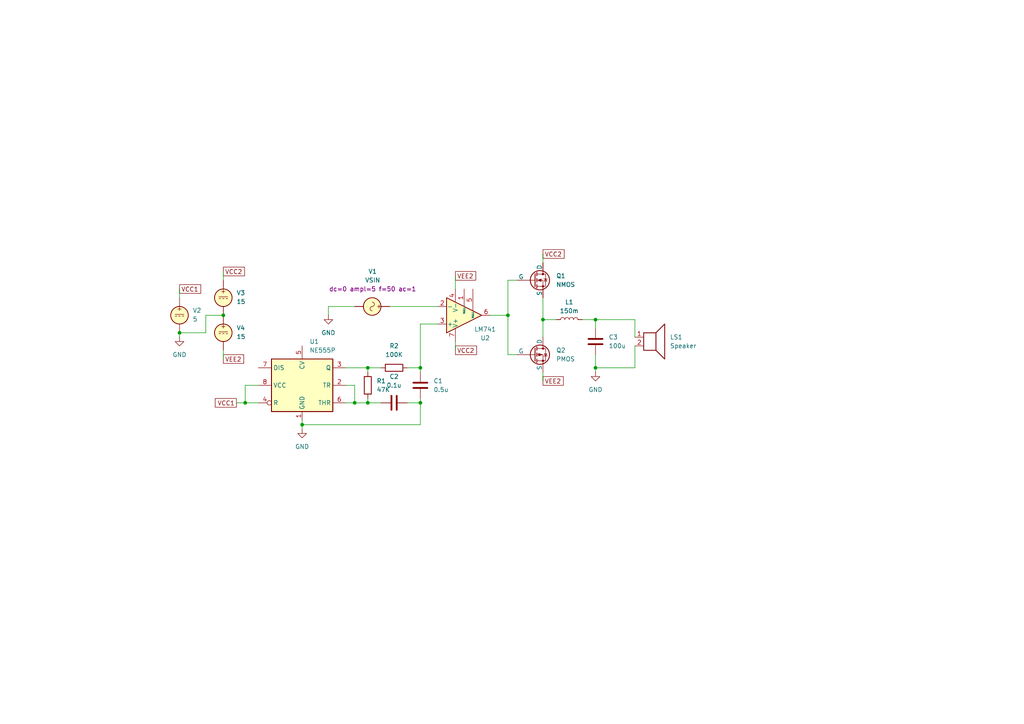
<source format=kicad_sch>
(kicad_sch
	(version 20250114)
	(generator "eeschema")
	(generator_version "9.0")
	(uuid "b4851e3c-4fe1-44ea-9283-73c2843ada14")
	(paper "A4")
	(lib_symbols
		(symbol "Amplifier_Operational:LM741"
			(pin_names
				(offset 0.127)
			)
			(exclude_from_sim no)
			(in_bom yes)
			(on_board yes)
			(property "Reference" "U"
				(at 0 6.35 0)
				(effects
					(font
						(size 1.27 1.27)
					)
					(justify left)
				)
			)
			(property "Value" "LM741"
				(at 0 3.81 0)
				(effects
					(font
						(size 1.27 1.27)
					)
					(justify left)
				)
			)
			(property "Footprint" ""
				(at 1.27 1.27 0)
				(effects
					(font
						(size 1.27 1.27)
					)
					(hide yes)
				)
			)
			(property "Datasheet" "http://www.ti.com/lit/ds/symlink/lm741.pdf"
				(at 3.81 3.81 0)
				(effects
					(font
						(size 1.27 1.27)
					)
					(hide yes)
				)
			)
			(property "Description" "Operational Amplifier, DIP-8/TO-99-8"
				(at 0 0 0)
				(effects
					(font
						(size 1.27 1.27)
					)
					(hide yes)
				)
			)
			(property "ki_keywords" "single opamp"
				(at 0 0 0)
				(effects
					(font
						(size 1.27 1.27)
					)
					(hide yes)
				)
			)
			(property "ki_fp_filters" "SOIC*3.9x4.9mm*P1.27mm* DIP*W7.62mm* TSSOP*3x3mm*P0.65mm*"
				(at 0 0 0)
				(effects
					(font
						(size 1.27 1.27)
					)
					(hide yes)
				)
			)
			(symbol "LM741_0_1"
				(polyline
					(pts
						(xy -5.08 5.08) (xy 5.08 0) (xy -5.08 -5.08) (xy -5.08 5.08)
					)
					(stroke
						(width 0.254)
						(type default)
					)
					(fill
						(type background)
					)
				)
			)
			(symbol "LM741_1_1"
				(pin input line
					(at -7.62 2.54 0)
					(length 2.54)
					(name "+"
						(effects
							(font
								(size 1.27 1.27)
							)
						)
					)
					(number "3"
						(effects
							(font
								(size 1.27 1.27)
							)
						)
					)
				)
				(pin input line
					(at -7.62 -2.54 0)
					(length 2.54)
					(name "-"
						(effects
							(font
								(size 1.27 1.27)
							)
						)
					)
					(number "2"
						(effects
							(font
								(size 1.27 1.27)
							)
						)
					)
				)
				(pin power_in line
					(at -2.54 7.62 270)
					(length 3.81)
					(name "V+"
						(effects
							(font
								(size 1.27 1.27)
							)
						)
					)
					(number "7"
						(effects
							(font
								(size 1.27 1.27)
							)
						)
					)
				)
				(pin power_in line
					(at -2.54 -7.62 90)
					(length 3.81)
					(name "V-"
						(effects
							(font
								(size 1.27 1.27)
							)
						)
					)
					(number "4"
						(effects
							(font
								(size 1.27 1.27)
							)
						)
					)
				)
				(pin no_connect line
					(at 0 2.54 270)
					(length 2.54)
					(hide yes)
					(name "NC"
						(effects
							(font
								(size 1.27 1.27)
							)
						)
					)
					(number "8"
						(effects
							(font
								(size 1.27 1.27)
							)
						)
					)
				)
				(pin input line
					(at 0 -7.62 90)
					(length 5.08)
					(name "NULL"
						(effects
							(font
								(size 0.508 0.508)
							)
						)
					)
					(number "1"
						(effects
							(font
								(size 1.27 1.27)
							)
						)
					)
				)
				(pin input line
					(at 2.54 -7.62 90)
					(length 6.35)
					(name "NULL"
						(effects
							(font
								(size 0.508 0.508)
							)
						)
					)
					(number "5"
						(effects
							(font
								(size 1.27 1.27)
							)
						)
					)
				)
				(pin output line
					(at 7.62 0 180)
					(length 2.54)
					(name "~"
						(effects
							(font
								(size 1.27 1.27)
							)
						)
					)
					(number "6"
						(effects
							(font
								(size 1.27 1.27)
							)
						)
					)
				)
			)
			(embedded_fonts no)
		)
		(symbol "Device:C"
			(pin_numbers
				(hide yes)
			)
			(pin_names
				(offset 0.254)
			)
			(exclude_from_sim no)
			(in_bom yes)
			(on_board yes)
			(property "Reference" "C"
				(at 0.635 2.54 0)
				(effects
					(font
						(size 1.27 1.27)
					)
					(justify left)
				)
			)
			(property "Value" "C"
				(at 0.635 -2.54 0)
				(effects
					(font
						(size 1.27 1.27)
					)
					(justify left)
				)
			)
			(property "Footprint" ""
				(at 0.9652 -3.81 0)
				(effects
					(font
						(size 1.27 1.27)
					)
					(hide yes)
				)
			)
			(property "Datasheet" "~"
				(at 0 0 0)
				(effects
					(font
						(size 1.27 1.27)
					)
					(hide yes)
				)
			)
			(property "Description" "Unpolarized capacitor"
				(at 0 0 0)
				(effects
					(font
						(size 1.27 1.27)
					)
					(hide yes)
				)
			)
			(property "ki_keywords" "cap capacitor"
				(at 0 0 0)
				(effects
					(font
						(size 1.27 1.27)
					)
					(hide yes)
				)
			)
			(property "ki_fp_filters" "C_*"
				(at 0 0 0)
				(effects
					(font
						(size 1.27 1.27)
					)
					(hide yes)
				)
			)
			(symbol "C_0_1"
				(polyline
					(pts
						(xy -2.032 0.762) (xy 2.032 0.762)
					)
					(stroke
						(width 0.508)
						(type default)
					)
					(fill
						(type none)
					)
				)
				(polyline
					(pts
						(xy -2.032 -0.762) (xy 2.032 -0.762)
					)
					(stroke
						(width 0.508)
						(type default)
					)
					(fill
						(type none)
					)
				)
			)
			(symbol "C_1_1"
				(pin passive line
					(at 0 3.81 270)
					(length 2.794)
					(name "~"
						(effects
							(font
								(size 1.27 1.27)
							)
						)
					)
					(number "1"
						(effects
							(font
								(size 1.27 1.27)
							)
						)
					)
				)
				(pin passive line
					(at 0 -3.81 90)
					(length 2.794)
					(name "~"
						(effects
							(font
								(size 1.27 1.27)
							)
						)
					)
					(number "2"
						(effects
							(font
								(size 1.27 1.27)
							)
						)
					)
				)
			)
			(embedded_fonts no)
		)
		(symbol "Device:L"
			(pin_numbers
				(hide yes)
			)
			(pin_names
				(offset 1.016)
				(hide yes)
			)
			(exclude_from_sim no)
			(in_bom yes)
			(on_board yes)
			(property "Reference" "L"
				(at -1.27 0 90)
				(effects
					(font
						(size 1.27 1.27)
					)
				)
			)
			(property "Value" "L"
				(at 1.905 0 90)
				(effects
					(font
						(size 1.27 1.27)
					)
				)
			)
			(property "Footprint" ""
				(at 0 0 0)
				(effects
					(font
						(size 1.27 1.27)
					)
					(hide yes)
				)
			)
			(property "Datasheet" "~"
				(at 0 0 0)
				(effects
					(font
						(size 1.27 1.27)
					)
					(hide yes)
				)
			)
			(property "Description" "Inductor"
				(at 0 0 0)
				(effects
					(font
						(size 1.27 1.27)
					)
					(hide yes)
				)
			)
			(property "ki_keywords" "inductor choke coil reactor magnetic"
				(at 0 0 0)
				(effects
					(font
						(size 1.27 1.27)
					)
					(hide yes)
				)
			)
			(property "ki_fp_filters" "Choke_* *Coil* Inductor_* L_*"
				(at 0 0 0)
				(effects
					(font
						(size 1.27 1.27)
					)
					(hide yes)
				)
			)
			(symbol "L_0_1"
				(arc
					(start 0 2.54)
					(mid 0.6323 1.905)
					(end 0 1.27)
					(stroke
						(width 0)
						(type default)
					)
					(fill
						(type none)
					)
				)
				(arc
					(start 0 1.27)
					(mid 0.6323 0.635)
					(end 0 0)
					(stroke
						(width 0)
						(type default)
					)
					(fill
						(type none)
					)
				)
				(arc
					(start 0 0)
					(mid 0.6323 -0.635)
					(end 0 -1.27)
					(stroke
						(width 0)
						(type default)
					)
					(fill
						(type none)
					)
				)
				(arc
					(start 0 -1.27)
					(mid 0.6323 -1.905)
					(end 0 -2.54)
					(stroke
						(width 0)
						(type default)
					)
					(fill
						(type none)
					)
				)
			)
			(symbol "L_1_1"
				(pin passive line
					(at 0 3.81 270)
					(length 1.27)
					(name "1"
						(effects
							(font
								(size 1.27 1.27)
							)
						)
					)
					(number "1"
						(effects
							(font
								(size 1.27 1.27)
							)
						)
					)
				)
				(pin passive line
					(at 0 -3.81 90)
					(length 1.27)
					(name "2"
						(effects
							(font
								(size 1.27 1.27)
							)
						)
					)
					(number "2"
						(effects
							(font
								(size 1.27 1.27)
							)
						)
					)
				)
			)
			(embedded_fonts no)
		)
		(symbol "Device:R"
			(pin_numbers
				(hide yes)
			)
			(pin_names
				(offset 0)
			)
			(exclude_from_sim no)
			(in_bom yes)
			(on_board yes)
			(property "Reference" "R"
				(at 2.032 0 90)
				(effects
					(font
						(size 1.27 1.27)
					)
				)
			)
			(property "Value" "R"
				(at 0 0 90)
				(effects
					(font
						(size 1.27 1.27)
					)
				)
			)
			(property "Footprint" ""
				(at -1.778 0 90)
				(effects
					(font
						(size 1.27 1.27)
					)
					(hide yes)
				)
			)
			(property "Datasheet" "~"
				(at 0 0 0)
				(effects
					(font
						(size 1.27 1.27)
					)
					(hide yes)
				)
			)
			(property "Description" "Resistor"
				(at 0 0 0)
				(effects
					(font
						(size 1.27 1.27)
					)
					(hide yes)
				)
			)
			(property "ki_keywords" "R res resistor"
				(at 0 0 0)
				(effects
					(font
						(size 1.27 1.27)
					)
					(hide yes)
				)
			)
			(property "ki_fp_filters" "R_*"
				(at 0 0 0)
				(effects
					(font
						(size 1.27 1.27)
					)
					(hide yes)
				)
			)
			(symbol "R_0_1"
				(rectangle
					(start -1.016 -2.54)
					(end 1.016 2.54)
					(stroke
						(width 0.254)
						(type default)
					)
					(fill
						(type none)
					)
				)
			)
			(symbol "R_1_1"
				(pin passive line
					(at 0 3.81 270)
					(length 1.27)
					(name "~"
						(effects
							(font
								(size 1.27 1.27)
							)
						)
					)
					(number "1"
						(effects
							(font
								(size 1.27 1.27)
							)
						)
					)
				)
				(pin passive line
					(at 0 -3.81 90)
					(length 1.27)
					(name "~"
						(effects
							(font
								(size 1.27 1.27)
							)
						)
					)
					(number "2"
						(effects
							(font
								(size 1.27 1.27)
							)
						)
					)
				)
			)
			(embedded_fonts no)
		)
		(symbol "Device:Speaker"
			(pin_names
				(offset 0)
				(hide yes)
			)
			(exclude_from_sim no)
			(in_bom yes)
			(on_board yes)
			(property "Reference" "LS"
				(at 1.27 5.715 0)
				(effects
					(font
						(size 1.27 1.27)
					)
					(justify right)
				)
			)
			(property "Value" "Speaker"
				(at 1.27 3.81 0)
				(effects
					(font
						(size 1.27 1.27)
					)
					(justify right)
				)
			)
			(property "Footprint" ""
				(at 0 -5.08 0)
				(effects
					(font
						(size 1.27 1.27)
					)
					(hide yes)
				)
			)
			(property "Datasheet" "~"
				(at -0.254 -1.27 0)
				(effects
					(font
						(size 1.27 1.27)
					)
					(hide yes)
				)
			)
			(property "Description" "Speaker"
				(at 0 0 0)
				(effects
					(font
						(size 1.27 1.27)
					)
					(hide yes)
				)
			)
			(property "ki_keywords" "speaker sound"
				(at 0 0 0)
				(effects
					(font
						(size 1.27 1.27)
					)
					(hide yes)
				)
			)
			(symbol "Speaker_0_0"
				(rectangle
					(start -2.54 1.27)
					(end 1.016 -3.81)
					(stroke
						(width 0.254)
						(type default)
					)
					(fill
						(type none)
					)
				)
				(polyline
					(pts
						(xy 1.016 1.27) (xy 3.556 3.81) (xy 3.556 -6.35) (xy 1.016 -3.81)
					)
					(stroke
						(width 0.254)
						(type default)
					)
					(fill
						(type none)
					)
				)
			)
			(symbol "Speaker_1_1"
				(pin input line
					(at -5.08 0 0)
					(length 2.54)
					(name "1"
						(effects
							(font
								(size 1.27 1.27)
							)
						)
					)
					(number "1"
						(effects
							(font
								(size 1.27 1.27)
							)
						)
					)
				)
				(pin input line
					(at -5.08 -2.54 0)
					(length 2.54)
					(name "2"
						(effects
							(font
								(size 1.27 1.27)
							)
						)
					)
					(number "2"
						(effects
							(font
								(size 1.27 1.27)
							)
						)
					)
				)
			)
			(embedded_fonts no)
		)
		(symbol "Simulation_SPICE:NMOS"
			(pin_numbers
				(hide yes)
			)
			(pin_names
				(offset 0)
			)
			(exclude_from_sim no)
			(in_bom yes)
			(on_board yes)
			(property "Reference" "Q"
				(at 5.08 1.27 0)
				(effects
					(font
						(size 1.27 1.27)
					)
					(justify left)
				)
			)
			(property "Value" "NMOS"
				(at 5.08 -1.27 0)
				(effects
					(font
						(size 1.27 1.27)
					)
					(justify left)
				)
			)
			(property "Footprint" ""
				(at 5.08 2.54 0)
				(effects
					(font
						(size 1.27 1.27)
					)
					(hide yes)
				)
			)
			(property "Datasheet" "https://ngspice.sourceforge.io/docs/ngspice-html-manual/manual.xhtml#cha_MOSFETs"
				(at 0 -12.7 0)
				(effects
					(font
						(size 1.27 1.27)
					)
					(hide yes)
				)
			)
			(property "Description" "N-MOSFET transistor, drain/source/gate"
				(at 0 0 0)
				(effects
					(font
						(size 1.27 1.27)
					)
					(hide yes)
				)
			)
			(property "Sim.Device" "NMOS"
				(at 0 -17.145 0)
				(effects
					(font
						(size 1.27 1.27)
					)
					(hide yes)
				)
			)
			(property "Sim.Type" "VDMOS"
				(at 0 -19.05 0)
				(effects
					(font
						(size 1.27 1.27)
					)
					(hide yes)
				)
			)
			(property "Sim.Pins" "1=D 2=G 3=S"
				(at 0 -15.24 0)
				(effects
					(font
						(size 1.27 1.27)
					)
					(hide yes)
				)
			)
			(property "ki_keywords" "transistor NMOS N-MOS N-MOSFET simulation"
				(at 0 0 0)
				(effects
					(font
						(size 1.27 1.27)
					)
					(hide yes)
				)
			)
			(symbol "NMOS_0_1"
				(polyline
					(pts
						(xy 0.254 1.905) (xy 0.254 -1.905)
					)
					(stroke
						(width 0.254)
						(type default)
					)
					(fill
						(type none)
					)
				)
				(polyline
					(pts
						(xy 0.254 0) (xy -2.54 0)
					)
					(stroke
						(width 0)
						(type default)
					)
					(fill
						(type none)
					)
				)
				(polyline
					(pts
						(xy 0.762 2.286) (xy 0.762 1.27)
					)
					(stroke
						(width 0.254)
						(type default)
					)
					(fill
						(type none)
					)
				)
				(polyline
					(pts
						(xy 0.762 0.508) (xy 0.762 -0.508)
					)
					(stroke
						(width 0.254)
						(type default)
					)
					(fill
						(type none)
					)
				)
				(polyline
					(pts
						(xy 0.762 -1.27) (xy 0.762 -2.286)
					)
					(stroke
						(width 0.254)
						(type default)
					)
					(fill
						(type none)
					)
				)
				(polyline
					(pts
						(xy 0.762 -1.778) (xy 3.302 -1.778) (xy 3.302 1.778) (xy 0.762 1.778)
					)
					(stroke
						(width 0)
						(type default)
					)
					(fill
						(type none)
					)
				)
				(polyline
					(pts
						(xy 1.016 0) (xy 2.032 0.381) (xy 2.032 -0.381) (xy 1.016 0)
					)
					(stroke
						(width 0)
						(type default)
					)
					(fill
						(type outline)
					)
				)
				(circle
					(center 1.651 0)
					(radius 2.794)
					(stroke
						(width 0.254)
						(type default)
					)
					(fill
						(type none)
					)
				)
				(polyline
					(pts
						(xy 2.54 2.54) (xy 2.54 1.778)
					)
					(stroke
						(width 0)
						(type default)
					)
					(fill
						(type none)
					)
				)
				(circle
					(center 2.54 1.778)
					(radius 0.254)
					(stroke
						(width 0)
						(type default)
					)
					(fill
						(type outline)
					)
				)
				(circle
					(center 2.54 -1.778)
					(radius 0.254)
					(stroke
						(width 0)
						(type default)
					)
					(fill
						(type outline)
					)
				)
				(polyline
					(pts
						(xy 2.54 -2.54) (xy 2.54 0) (xy 0.762 0)
					)
					(stroke
						(width 0)
						(type default)
					)
					(fill
						(type none)
					)
				)
				(polyline
					(pts
						(xy 2.794 0.508) (xy 2.921 0.381) (xy 3.683 0.381) (xy 3.81 0.254)
					)
					(stroke
						(width 0)
						(type default)
					)
					(fill
						(type none)
					)
				)
				(polyline
					(pts
						(xy 3.302 0.381) (xy 2.921 -0.254) (xy 3.683 -0.254) (xy 3.302 0.381)
					)
					(stroke
						(width 0)
						(type default)
					)
					(fill
						(type none)
					)
				)
			)
			(symbol "NMOS_1_1"
				(pin input line
					(at -5.08 0 0)
					(length 2.54)
					(name "G"
						(effects
							(font
								(size 1.27 1.27)
							)
						)
					)
					(number "2"
						(effects
							(font
								(size 1.27 1.27)
							)
						)
					)
				)
				(pin passive line
					(at 2.54 5.08 270)
					(length 2.54)
					(name "D"
						(effects
							(font
								(size 1.27 1.27)
							)
						)
					)
					(number "1"
						(effects
							(font
								(size 1.27 1.27)
							)
						)
					)
				)
				(pin passive line
					(at 2.54 -5.08 90)
					(length 2.54)
					(name "S"
						(effects
							(font
								(size 1.27 1.27)
							)
						)
					)
					(number "3"
						(effects
							(font
								(size 1.27 1.27)
							)
						)
					)
				)
			)
			(embedded_fonts no)
		)
		(symbol "Simulation_SPICE:PMOS"
			(pin_numbers
				(hide yes)
			)
			(pin_names
				(offset 0)
			)
			(exclude_from_sim no)
			(in_bom yes)
			(on_board yes)
			(property "Reference" "Q"
				(at 5.08 1.27 0)
				(effects
					(font
						(size 1.27 1.27)
					)
					(justify left)
				)
			)
			(property "Value" "PMOS"
				(at 5.08 -1.27 0)
				(effects
					(font
						(size 1.27 1.27)
					)
					(justify left)
				)
			)
			(property "Footprint" ""
				(at 5.08 2.54 0)
				(effects
					(font
						(size 1.27 1.27)
					)
					(hide yes)
				)
			)
			(property "Datasheet" "https://ngspice.sourceforge.io/docs/ngspice-html-manual/manual.xhtml#cha_MOSFETs"
				(at 0 -12.7 0)
				(effects
					(font
						(size 1.27 1.27)
					)
					(hide yes)
				)
			)
			(property "Description" "P-MOSFET transistor, drain/source/gate"
				(at 0 0 0)
				(effects
					(font
						(size 1.27 1.27)
					)
					(hide yes)
				)
			)
			(property "Sim.Device" "PMOS"
				(at 0 -17.145 0)
				(effects
					(font
						(size 1.27 1.27)
					)
					(hide yes)
				)
			)
			(property "Sim.Type" "VDMOS"
				(at 0 -19.05 0)
				(effects
					(font
						(size 1.27 1.27)
					)
					(hide yes)
				)
			)
			(property "Sim.Pins" "1=D 2=G 3=S"
				(at 0 -15.24 0)
				(effects
					(font
						(size 1.27 1.27)
					)
					(hide yes)
				)
			)
			(property "ki_keywords" "transistor PMOS P-MOS P-MOSFET simulation"
				(at 0 0 0)
				(effects
					(font
						(size 1.27 1.27)
					)
					(hide yes)
				)
			)
			(symbol "PMOS_0_1"
				(polyline
					(pts
						(xy 0.254 1.905) (xy 0.254 -1.905)
					)
					(stroke
						(width 0.254)
						(type default)
					)
					(fill
						(type none)
					)
				)
				(polyline
					(pts
						(xy 0.254 0) (xy -2.54 0)
					)
					(stroke
						(width 0)
						(type default)
					)
					(fill
						(type none)
					)
				)
				(polyline
					(pts
						(xy 0.762 2.286) (xy 0.762 1.27)
					)
					(stroke
						(width 0.254)
						(type default)
					)
					(fill
						(type none)
					)
				)
				(polyline
					(pts
						(xy 0.762 1.778) (xy 3.302 1.778) (xy 3.302 -1.778) (xy 0.762 -1.778)
					)
					(stroke
						(width 0)
						(type default)
					)
					(fill
						(type none)
					)
				)
				(polyline
					(pts
						(xy 0.762 0.508) (xy 0.762 -0.508)
					)
					(stroke
						(width 0.254)
						(type default)
					)
					(fill
						(type none)
					)
				)
				(polyline
					(pts
						(xy 0.762 -1.27) (xy 0.762 -2.286)
					)
					(stroke
						(width 0.254)
						(type default)
					)
					(fill
						(type none)
					)
				)
				(circle
					(center 1.651 0)
					(radius 2.794)
					(stroke
						(width 0.254)
						(type default)
					)
					(fill
						(type none)
					)
				)
				(polyline
					(pts
						(xy 2.286 0) (xy 1.27 0.381) (xy 1.27 -0.381) (xy 2.286 0)
					)
					(stroke
						(width 0)
						(type default)
					)
					(fill
						(type outline)
					)
				)
				(polyline
					(pts
						(xy 2.54 2.54) (xy 2.54 1.778)
					)
					(stroke
						(width 0)
						(type default)
					)
					(fill
						(type none)
					)
				)
				(circle
					(center 2.54 1.778)
					(radius 0.254)
					(stroke
						(width 0)
						(type default)
					)
					(fill
						(type outline)
					)
				)
				(circle
					(center 2.54 -1.778)
					(radius 0.254)
					(stroke
						(width 0)
						(type default)
					)
					(fill
						(type outline)
					)
				)
				(polyline
					(pts
						(xy 2.54 -2.54) (xy 2.54 0) (xy 0.762 0)
					)
					(stroke
						(width 0)
						(type default)
					)
					(fill
						(type none)
					)
				)
				(polyline
					(pts
						(xy 2.794 -0.508) (xy 2.921 -0.381) (xy 3.683 -0.381) (xy 3.81 -0.254)
					)
					(stroke
						(width 0)
						(type default)
					)
					(fill
						(type none)
					)
				)
				(polyline
					(pts
						(xy 3.302 -0.381) (xy 2.921 0.254) (xy 3.683 0.254) (xy 3.302 -0.381)
					)
					(stroke
						(width 0)
						(type default)
					)
					(fill
						(type none)
					)
				)
			)
			(symbol "PMOS_1_1"
				(pin input line
					(at -5.08 0 0)
					(length 2.54)
					(name "G"
						(effects
							(font
								(size 1.27 1.27)
							)
						)
					)
					(number "2"
						(effects
							(font
								(size 1.27 1.27)
							)
						)
					)
				)
				(pin passive line
					(at 2.54 5.08 270)
					(length 2.54)
					(name "D"
						(effects
							(font
								(size 1.27 1.27)
							)
						)
					)
					(number "1"
						(effects
							(font
								(size 1.27 1.27)
							)
						)
					)
				)
				(pin passive line
					(at 2.54 -5.08 90)
					(length 2.54)
					(name "S"
						(effects
							(font
								(size 1.27 1.27)
							)
						)
					)
					(number "3"
						(effects
							(font
								(size 1.27 1.27)
							)
						)
					)
				)
			)
			(embedded_fonts no)
		)
		(symbol "Simulation_SPICE:VDC"
			(pin_numbers
				(hide yes)
			)
			(pin_names
				(offset 0.0254)
			)
			(exclude_from_sim no)
			(in_bom yes)
			(on_board yes)
			(property "Reference" "V"
				(at 2.54 2.54 0)
				(effects
					(font
						(size 1.27 1.27)
					)
					(justify left)
				)
			)
			(property "Value" "1"
				(at 2.54 0 0)
				(effects
					(font
						(size 1.27 1.27)
					)
					(justify left)
				)
			)
			(property "Footprint" ""
				(at 0 0 0)
				(effects
					(font
						(size 1.27 1.27)
					)
					(hide yes)
				)
			)
			(property "Datasheet" "https://ngspice.sourceforge.io/docs/ngspice-html-manual/manual.xhtml#sec_Independent_Sources_for"
				(at 0 0 0)
				(effects
					(font
						(size 1.27 1.27)
					)
					(hide yes)
				)
			)
			(property "Description" "Voltage source, DC"
				(at 0 0 0)
				(effects
					(font
						(size 1.27 1.27)
					)
					(hide yes)
				)
			)
			(property "Sim.Pins" "1=+ 2=-"
				(at 0 0 0)
				(effects
					(font
						(size 1.27 1.27)
					)
					(hide yes)
				)
			)
			(property "Sim.Type" "DC"
				(at 0 0 0)
				(effects
					(font
						(size 1.27 1.27)
					)
					(hide yes)
				)
			)
			(property "Sim.Device" "V"
				(at 0 0 0)
				(effects
					(font
						(size 1.27 1.27)
					)
					(justify left)
					(hide yes)
				)
			)
			(property "ki_keywords" "simulation"
				(at 0 0 0)
				(effects
					(font
						(size 1.27 1.27)
					)
					(hide yes)
				)
			)
			(symbol "VDC_0_0"
				(polyline
					(pts
						(xy -1.27 0.254) (xy 1.27 0.254)
					)
					(stroke
						(width 0)
						(type default)
					)
					(fill
						(type none)
					)
				)
				(polyline
					(pts
						(xy -0.762 -0.254) (xy -1.27 -0.254)
					)
					(stroke
						(width 0)
						(type default)
					)
					(fill
						(type none)
					)
				)
				(polyline
					(pts
						(xy 0.254 -0.254) (xy -0.254 -0.254)
					)
					(stroke
						(width 0)
						(type default)
					)
					(fill
						(type none)
					)
				)
				(polyline
					(pts
						(xy 1.27 -0.254) (xy 0.762 -0.254)
					)
					(stroke
						(width 0)
						(type default)
					)
					(fill
						(type none)
					)
				)
				(text "+"
					(at 0 1.905 0)
					(effects
						(font
							(size 1.27 1.27)
						)
					)
				)
			)
			(symbol "VDC_0_1"
				(circle
					(center 0 0)
					(radius 2.54)
					(stroke
						(width 0.254)
						(type default)
					)
					(fill
						(type background)
					)
				)
			)
			(symbol "VDC_1_1"
				(pin passive line
					(at 0 5.08 270)
					(length 2.54)
					(name "~"
						(effects
							(font
								(size 1.27 1.27)
							)
						)
					)
					(number "1"
						(effects
							(font
								(size 1.27 1.27)
							)
						)
					)
				)
				(pin passive line
					(at 0 -5.08 90)
					(length 2.54)
					(name "~"
						(effects
							(font
								(size 1.27 1.27)
							)
						)
					)
					(number "2"
						(effects
							(font
								(size 1.27 1.27)
							)
						)
					)
				)
			)
			(embedded_fonts no)
		)
		(symbol "Simulation_SPICE:VSIN"
			(pin_numbers
				(hide yes)
			)
			(pin_names
				(offset 0.0254)
			)
			(exclude_from_sim no)
			(in_bom yes)
			(on_board yes)
			(property "Reference" "V"
				(at 2.54 2.54 0)
				(effects
					(font
						(size 1.27 1.27)
					)
					(justify left)
				)
			)
			(property "Value" "VSIN"
				(at 2.54 0 0)
				(effects
					(font
						(size 1.27 1.27)
					)
					(justify left)
				)
			)
			(property "Footprint" ""
				(at 0 0 0)
				(effects
					(font
						(size 1.27 1.27)
					)
					(hide yes)
				)
			)
			(property "Datasheet" "https://ngspice.sourceforge.io/docs/ngspice-html-manual/manual.xhtml#sec_Independent_Sources_for"
				(at 0 0 0)
				(effects
					(font
						(size 1.27 1.27)
					)
					(hide yes)
				)
			)
			(property "Description" "Voltage source, sinusoidal"
				(at 0 0 0)
				(effects
					(font
						(size 1.27 1.27)
					)
					(hide yes)
				)
			)
			(property "Sim.Pins" "1=+ 2=-"
				(at 0 0 0)
				(effects
					(font
						(size 1.27 1.27)
					)
					(hide yes)
				)
			)
			(property "Sim.Params" "dc=0 ampl=1 f=1k ac=1"
				(at 2.54 -2.54 0)
				(effects
					(font
						(size 1.27 1.27)
					)
					(justify left)
				)
			)
			(property "Sim.Type" "SIN"
				(at 0 0 0)
				(effects
					(font
						(size 1.27 1.27)
					)
					(hide yes)
				)
			)
			(property "Sim.Device" "V"
				(at 0 0 0)
				(effects
					(font
						(size 1.27 1.27)
					)
					(justify left)
					(hide yes)
				)
			)
			(property "ki_keywords" "simulation ac vac"
				(at 0 0 0)
				(effects
					(font
						(size 1.27 1.27)
					)
					(hide yes)
				)
			)
			(symbol "VSIN_0_0"
				(arc
					(start -1.27 0)
					(mid -0.635 0.6323)
					(end 0 0)
					(stroke
						(width 0)
						(type default)
					)
					(fill
						(type none)
					)
				)
				(arc
					(start 1.27 0)
					(mid 0.635 -0.6323)
					(end 0 0)
					(stroke
						(width 0)
						(type default)
					)
					(fill
						(type none)
					)
				)
				(text "+"
					(at 0 1.905 0)
					(effects
						(font
							(size 1.27 1.27)
						)
					)
				)
			)
			(symbol "VSIN_0_1"
				(circle
					(center 0 0)
					(radius 2.54)
					(stroke
						(width 0.254)
						(type default)
					)
					(fill
						(type background)
					)
				)
			)
			(symbol "VSIN_1_1"
				(pin passive line
					(at 0 5.08 270)
					(length 2.54)
					(name "~"
						(effects
							(font
								(size 1.27 1.27)
							)
						)
					)
					(number "1"
						(effects
							(font
								(size 1.27 1.27)
							)
						)
					)
				)
				(pin passive line
					(at 0 -5.08 90)
					(length 2.54)
					(name "~"
						(effects
							(font
								(size 1.27 1.27)
							)
						)
					)
					(number "2"
						(effects
							(font
								(size 1.27 1.27)
							)
						)
					)
				)
			)
			(embedded_fonts no)
		)
		(symbol "Timer:NE555P"
			(exclude_from_sim no)
			(in_bom yes)
			(on_board yes)
			(property "Reference" "U1"
				(at 2.1433 12.7 0)
				(effects
					(font
						(size 1.27 1.27)
					)
					(justify left)
				)
			)
			(property "Value" "NE555P"
				(at 2.1433 10.16 0)
				(effects
					(font
						(size 1.27 1.27)
					)
					(justify left)
				)
			)
			(property "Footprint" "Package_DIP:DIP-8_W7.62mm"
				(at 16.51 -10.16 0)
				(effects
					(font
						(size 1.27 1.27)
					)
					(hide yes)
				)
			)
			(property "Datasheet" "http://www.ti.com/lit/ds/symlink/ne555.pdf"
				(at 21.59 -10.16 0)
				(effects
					(font
						(size 1.27 1.27)
					)
					(hide yes)
				)
			)
			(property "Description" "Precision Timers, 555 compatible,  PDIP-8"
				(at 0 0 0)
				(effects
					(font
						(size 1.27 1.27)
					)
					(hide yes)
				)
			)
			(property "ki_keywords" "single timer 555"
				(at 0 0 0)
				(effects
					(font
						(size 1.27 1.27)
					)
					(hide yes)
				)
			)
			(property "ki_fp_filters" "DIP*W7.62mm*"
				(at 0 0 0)
				(effects
					(font
						(size 1.27 1.27)
					)
					(hide yes)
				)
			)
			(symbol "NE555P_0_0"
				(pin power_in line
					(at 0 -10.16 90)
					(length 2.54)
					(name "GND"
						(effects
							(font
								(size 1.27 1.27)
							)
						)
					)
					(number "1"
						(effects
							(font
								(size 1.27 1.27)
							)
						)
					)
				)
			)
			(symbol "NE555P_0_1"
				(rectangle
					(start -8.89 -7.62)
					(end 8.89 7.62)
					(stroke
						(width 0.254)
						(type default)
					)
					(fill
						(type background)
					)
				)
				(rectangle
					(start -8.89 -7.62)
					(end 8.89 7.62)
					(stroke
						(width 0.254)
						(type default)
					)
					(fill
						(type background)
					)
				)
			)
			(symbol "NE555P_1_0"
				(pin power_in line
					(at -12.7 0 0)
					(length 3.81)
					(name "VCC"
						(effects
							(font
								(size 1.27 1.27)
							)
						)
					)
					(number "8"
						(effects
							(font
								(size 1.27 1.27)
							)
						)
					)
				)
			)
			(symbol "NE555P_1_1"
				(pin input line
					(at -12.7 5.08 0)
					(length 3.81)
					(name "DIS"
						(effects
							(font
								(size 1.27 1.27)
							)
						)
					)
					(number "7"
						(effects
							(font
								(size 1.27 1.27)
							)
						)
					)
				)
				(pin input inverted
					(at -12.7 -5.08 0)
					(length 3.81)
					(name "R"
						(effects
							(font
								(size 1.27 1.27)
							)
						)
					)
					(number "4"
						(effects
							(font
								(size 1.27 1.27)
							)
						)
					)
				)
				(pin input line
					(at 0 11.43 270)
					(length 3.81)
					(name "CV"
						(effects
							(font
								(size 1.27 1.27)
							)
						)
					)
					(number "5"
						(effects
							(font
								(size 1.27 1.27)
							)
						)
					)
				)
				(pin output line
					(at 12.7 5.08 180)
					(length 3.81)
					(name "Q"
						(effects
							(font
								(size 1.27 1.27)
							)
						)
					)
					(number "3"
						(effects
							(font
								(size 1.27 1.27)
							)
						)
					)
				)
				(pin input line
					(at 12.7 0 180)
					(length 3.81)
					(name "TR"
						(effects
							(font
								(size 1.27 1.27)
							)
						)
					)
					(number "2"
						(effects
							(font
								(size 1.27 1.27)
							)
						)
					)
				)
				(pin input line
					(at 12.7 -5.08 180)
					(length 3.81)
					(name "THR"
						(effects
							(font
								(size 1.27 1.27)
							)
						)
					)
					(number "6"
						(effects
							(font
								(size 1.27 1.27)
							)
						)
					)
				)
			)
			(embedded_fonts no)
		)
		(symbol "power:GND"
			(power)
			(pin_numbers
				(hide yes)
			)
			(pin_names
				(offset 0)
				(hide yes)
			)
			(exclude_from_sim no)
			(in_bom yes)
			(on_board yes)
			(property "Reference" "#PWR"
				(at 0 -6.35 0)
				(effects
					(font
						(size 1.27 1.27)
					)
					(hide yes)
				)
			)
			(property "Value" "GND"
				(at 0 -3.81 0)
				(effects
					(font
						(size 1.27 1.27)
					)
				)
			)
			(property "Footprint" ""
				(at 0 0 0)
				(effects
					(font
						(size 1.27 1.27)
					)
					(hide yes)
				)
			)
			(property "Datasheet" ""
				(at 0 0 0)
				(effects
					(font
						(size 1.27 1.27)
					)
					(hide yes)
				)
			)
			(property "Description" "Power symbol creates a global label with name \"GND\" , ground"
				(at 0 0 0)
				(effects
					(font
						(size 1.27 1.27)
					)
					(hide yes)
				)
			)
			(property "ki_keywords" "global power"
				(at 0 0 0)
				(effects
					(font
						(size 1.27 1.27)
					)
					(hide yes)
				)
			)
			(symbol "GND_0_1"
				(polyline
					(pts
						(xy 0 0) (xy 0 -1.27) (xy 1.27 -1.27) (xy 0 -2.54) (xy -1.27 -1.27) (xy 0 -1.27)
					)
					(stroke
						(width 0)
						(type default)
					)
					(fill
						(type none)
					)
				)
			)
			(symbol "GND_1_1"
				(pin power_in line
					(at 0 0 270)
					(length 0)
					(name "~"
						(effects
							(font
								(size 1.27 1.27)
							)
						)
					)
					(number "1"
						(effects
							(font
								(size 1.27 1.27)
							)
						)
					)
				)
			)
			(embedded_fonts no)
		)
	)
	(junction
		(at 52.07 96.52)
		(diameter 0)
		(color 0 0 0 0)
		(uuid "0373554f-b98f-4b4e-86bd-10c8d1eb64e3")
	)
	(junction
		(at 71.12 116.84)
		(diameter 0)
		(color 0 0 0 0)
		(uuid "4e7eac53-35f9-4f48-9e51-813789e29edd")
	)
	(junction
		(at 157.48 92.71)
		(diameter 0)
		(color 0 0 0 0)
		(uuid "58d02d25-2a62-4e32-b57a-94394080f0ca")
	)
	(junction
		(at 121.92 106.68)
		(diameter 0)
		(color 0 0 0 0)
		(uuid "6d4001c8-66bb-4134-a6c0-2eaa52cf3928")
	)
	(junction
		(at 102.87 116.84)
		(diameter 0)
		(color 0 0 0 0)
		(uuid "7f1f5205-3a54-47ea-9f6a-e2a9ce59065c")
	)
	(junction
		(at 64.77 91.44)
		(diameter 0)
		(color 0 0 0 0)
		(uuid "abc1c5b0-3235-4fca-9d8a-fbc683c33abb")
	)
	(junction
		(at 172.72 92.71)
		(diameter 0)
		(color 0 0 0 0)
		(uuid "b6af409e-b28e-4298-ae22-6347a66cfbb6")
	)
	(junction
		(at 121.92 116.84)
		(diameter 0)
		(color 0 0 0 0)
		(uuid "b80599bf-6083-4f77-9d7c-4075e8ff201b")
	)
	(junction
		(at 106.68 116.84)
		(diameter 0)
		(color 0 0 0 0)
		(uuid "b8bf5123-dbb0-4795-84f5-14f0b9b6be99")
	)
	(junction
		(at 172.72 106.68)
		(diameter 0)
		(color 0 0 0 0)
		(uuid "d7b35443-3d51-42d2-ab20-af39a6a5d372")
	)
	(junction
		(at 106.68 106.68)
		(diameter 0)
		(color 0 0 0 0)
		(uuid "e4ae42f2-d045-4bdf-932b-0bfb27da0005")
	)
	(junction
		(at 87.63 123.19)
		(diameter 0)
		(color 0 0 0 0)
		(uuid "ea59fab0-7438-4331-8750-c1a7442f2552")
	)
	(junction
		(at 147.32 91.44)
		(diameter 0)
		(color 0 0 0 0)
		(uuid "f7708cfe-3558-46cf-9d41-927cd2a3dd79")
	)
	(wire
		(pts
			(xy 147.32 91.44) (xy 147.32 81.28)
		)
		(stroke
			(width 0)
			(type default)
		)
		(uuid "034631ba-15b0-4660-862d-e44edf973bdf")
	)
	(wire
		(pts
			(xy 172.72 92.71) (xy 172.72 95.25)
		)
		(stroke
			(width 0)
			(type default)
		)
		(uuid "07f8dd54-4575-4637-aa69-4809957b9e28")
	)
	(wire
		(pts
			(xy 132.08 99.06) (xy 132.08 101.6)
		)
		(stroke
			(width 0)
			(type default)
		)
		(uuid "08476ad7-1cf0-4d7b-8bb8-04601a9d9abb")
	)
	(wire
		(pts
			(xy 102.87 88.9) (xy 95.25 88.9)
		)
		(stroke
			(width 0)
			(type default)
		)
		(uuid "120fdac3-999a-4c85-9ee0-9da4e90e5a54")
	)
	(wire
		(pts
			(xy 142.24 91.44) (xy 147.32 91.44)
		)
		(stroke
			(width 0)
			(type default)
		)
		(uuid "1fda28c7-1bc5-4d53-8979-4dc15003c2dd")
	)
	(wire
		(pts
			(xy 184.15 100.33) (xy 184.15 106.68)
		)
		(stroke
			(width 0)
			(type default)
		)
		(uuid "2777b075-233b-4055-b314-e4773453611c")
	)
	(wire
		(pts
			(xy 147.32 81.28) (xy 149.86 81.28)
		)
		(stroke
			(width 0)
			(type default)
		)
		(uuid "2ac68fd8-adfa-4e38-b719-2a9a655d4f34")
	)
	(wire
		(pts
			(xy 184.15 97.79) (xy 184.15 92.71)
		)
		(stroke
			(width 0)
			(type default)
		)
		(uuid "2b3f25bf-97ae-4b8c-97c1-61cfb8f7fece")
	)
	(wire
		(pts
			(xy 102.87 116.84) (xy 106.68 116.84)
		)
		(stroke
			(width 0)
			(type default)
		)
		(uuid "2c297303-f4d4-4939-9b89-62be4dd2890a")
	)
	(wire
		(pts
			(xy 106.68 115.57) (xy 106.68 116.84)
		)
		(stroke
			(width 0)
			(type default)
		)
		(uuid "2c4c2c61-3317-4285-9a6a-3f9c2e71aed1")
	)
	(wire
		(pts
			(xy 172.72 92.71) (xy 184.15 92.71)
		)
		(stroke
			(width 0)
			(type default)
		)
		(uuid "3458e1bc-1271-4091-83f8-129fba2810ff")
	)
	(wire
		(pts
			(xy 64.77 101.6) (xy 64.77 104.14)
		)
		(stroke
			(width 0)
			(type default)
		)
		(uuid "3c036208-0aad-4ed1-848f-59aca404e8f5")
	)
	(wire
		(pts
			(xy 168.91 92.71) (xy 172.72 92.71)
		)
		(stroke
			(width 0)
			(type default)
		)
		(uuid "3fa040cc-65e6-45d6-bd75-3d3e520d99ca")
	)
	(wire
		(pts
			(xy 52.07 96.52) (xy 52.07 97.79)
		)
		(stroke
			(width 0)
			(type default)
		)
		(uuid "40c57beb-3694-453c-886e-297d36db3d1a")
	)
	(wire
		(pts
			(xy 118.11 116.84) (xy 121.92 116.84)
		)
		(stroke
			(width 0)
			(type default)
		)
		(uuid "4c59b079-7ec9-4c25-8915-cf4fe4cbf189")
	)
	(wire
		(pts
			(xy 74.93 111.76) (xy 71.12 111.76)
		)
		(stroke
			(width 0)
			(type default)
		)
		(uuid "4ed3fab1-b11f-402f-a533-f0fb7e126a05")
	)
	(wire
		(pts
			(xy 157.48 86.36) (xy 157.48 92.71)
		)
		(stroke
			(width 0)
			(type default)
		)
		(uuid "4eee1af2-45c1-4f5b-9ad3-d0d60b262611")
	)
	(wire
		(pts
			(xy 52.07 96.52) (xy 59.69 96.52)
		)
		(stroke
			(width 0)
			(type default)
		)
		(uuid "63789e3f-a4d7-435a-9f82-dd79880b5f06")
	)
	(wire
		(pts
			(xy 52.07 83.82) (xy 52.07 86.36)
		)
		(stroke
			(width 0)
			(type default)
		)
		(uuid "656f978b-7fe7-4db9-8346-03a3c566c759")
	)
	(wire
		(pts
			(xy 102.87 111.76) (xy 102.87 116.84)
		)
		(stroke
			(width 0)
			(type default)
		)
		(uuid "7a66f6e3-34e9-4243-804d-22a1ddca6e66")
	)
	(wire
		(pts
			(xy 172.72 106.68) (xy 184.15 106.68)
		)
		(stroke
			(width 0)
			(type default)
		)
		(uuid "7c0903e4-5d0d-40e7-a667-7a23762f94ca")
	)
	(wire
		(pts
			(xy 157.48 73.66) (xy 157.48 76.2)
		)
		(stroke
			(width 0)
			(type default)
		)
		(uuid "81cd9c31-da29-4099-91c5-3577c1a319ea")
	)
	(wire
		(pts
			(xy 149.86 102.87) (xy 147.32 102.87)
		)
		(stroke
			(width 0)
			(type default)
		)
		(uuid "8373b08a-8b09-4909-9270-93496cde0ecd")
	)
	(wire
		(pts
			(xy 87.63 121.92) (xy 87.63 123.19)
		)
		(stroke
			(width 0)
			(type default)
		)
		(uuid "84af804d-396e-4fe9-80e0-f0ea79348d5b")
	)
	(wire
		(pts
			(xy 121.92 123.19) (xy 87.63 123.19)
		)
		(stroke
			(width 0)
			(type default)
		)
		(uuid "854176fe-50e7-47b7-a49c-c0cb344d9e7f")
	)
	(wire
		(pts
			(xy 106.68 106.68) (xy 106.68 107.95)
		)
		(stroke
			(width 0)
			(type default)
		)
		(uuid "894ecfa2-deb1-4453-88a6-2c855e1ffb21")
	)
	(wire
		(pts
			(xy 59.69 96.52) (xy 59.69 91.44)
		)
		(stroke
			(width 0)
			(type default)
		)
		(uuid "8dba5e21-2656-4554-bdc2-6f085613b964")
	)
	(wire
		(pts
			(xy 172.72 106.68) (xy 172.72 107.95)
		)
		(stroke
			(width 0)
			(type default)
		)
		(uuid "8ff75b8e-2bb5-400a-a437-64feb4b6bd71")
	)
	(wire
		(pts
			(xy 157.48 92.71) (xy 161.29 92.71)
		)
		(stroke
			(width 0)
			(type default)
		)
		(uuid "903c9427-51eb-4ee8-87e5-3da17b46f1c4")
	)
	(wire
		(pts
			(xy 59.69 91.44) (xy 64.77 91.44)
		)
		(stroke
			(width 0)
			(type default)
		)
		(uuid "96059421-d414-41b0-8ae2-80fc6cdbcb63")
	)
	(wire
		(pts
			(xy 132.08 80.01) (xy 132.08 83.82)
		)
		(stroke
			(width 0)
			(type default)
		)
		(uuid "96a93ab3-05a4-454c-8f9b-072fc55f22a2")
	)
	(wire
		(pts
			(xy 68.58 116.84) (xy 71.12 116.84)
		)
		(stroke
			(width 0)
			(type default)
		)
		(uuid "974a1d46-02b5-4b72-98a9-c520c4a07b7e")
	)
	(wire
		(pts
			(xy 121.92 93.98) (xy 121.92 106.68)
		)
		(stroke
			(width 0)
			(type default)
		)
		(uuid "aa2633f1-b421-489d-b60c-5878ae5f7410")
	)
	(wire
		(pts
			(xy 106.68 116.84) (xy 110.49 116.84)
		)
		(stroke
			(width 0)
			(type default)
		)
		(uuid "ad13dae5-8a24-40f4-9990-4aa62c4b7816")
	)
	(wire
		(pts
			(xy 127 93.98) (xy 121.92 93.98)
		)
		(stroke
			(width 0)
			(type default)
		)
		(uuid "afe7c076-549c-4b39-a8be-a4b46ff84649")
	)
	(wire
		(pts
			(xy 100.33 106.68) (xy 106.68 106.68)
		)
		(stroke
			(width 0)
			(type default)
		)
		(uuid "b08cd4c7-0866-41c3-a94c-50a719cd6eea")
	)
	(wire
		(pts
			(xy 95.25 88.9) (xy 95.25 91.44)
		)
		(stroke
			(width 0)
			(type default)
		)
		(uuid "b1ac4a97-b8c4-4deb-99ba-18573862a889")
	)
	(wire
		(pts
			(xy 121.92 107.95) (xy 121.92 106.68)
		)
		(stroke
			(width 0)
			(type default)
		)
		(uuid "b4280f10-95e6-47e3-91e8-09f1c954b170")
	)
	(wire
		(pts
			(xy 113.03 88.9) (xy 127 88.9)
		)
		(stroke
			(width 0)
			(type default)
		)
		(uuid "bb89f13d-41f6-453e-ad6c-e20f38f67af9")
	)
	(wire
		(pts
			(xy 64.77 78.74) (xy 64.77 81.28)
		)
		(stroke
			(width 0)
			(type default)
		)
		(uuid "c2baee8c-dce0-4dfd-9fa0-2dd09f3bdf1f")
	)
	(wire
		(pts
			(xy 106.68 106.68) (xy 110.49 106.68)
		)
		(stroke
			(width 0)
			(type default)
		)
		(uuid "c57b0a0b-8c33-45bb-82f1-588321188f44")
	)
	(wire
		(pts
			(xy 121.92 116.84) (xy 121.92 115.57)
		)
		(stroke
			(width 0)
			(type default)
		)
		(uuid "c67131a9-aab0-45a7-ab80-f3cedad41d3e")
	)
	(wire
		(pts
			(xy 118.11 106.68) (xy 121.92 106.68)
		)
		(stroke
			(width 0)
			(type default)
		)
		(uuid "c749da2e-5425-41e1-9869-1a52905960f7")
	)
	(wire
		(pts
			(xy 121.92 116.84) (xy 121.92 123.19)
		)
		(stroke
			(width 0)
			(type default)
		)
		(uuid "c9834f54-7dcb-47d7-903d-75eeabfba735")
	)
	(wire
		(pts
			(xy 157.48 92.71) (xy 157.48 97.79)
		)
		(stroke
			(width 0)
			(type default)
		)
		(uuid "caba985a-52ac-44c2-bfca-ee94c91b329f")
	)
	(wire
		(pts
			(xy 100.33 111.76) (xy 102.87 111.76)
		)
		(stroke
			(width 0)
			(type default)
		)
		(uuid "cc8ba125-991f-4674-b399-f825afe0f34f")
	)
	(wire
		(pts
			(xy 172.72 102.87) (xy 172.72 106.68)
		)
		(stroke
			(width 0)
			(type default)
		)
		(uuid "da6b94a8-3cb6-43e3-b65c-fff318d10027")
	)
	(wire
		(pts
			(xy 157.48 107.95) (xy 157.48 110.49)
		)
		(stroke
			(width 0)
			(type default)
		)
		(uuid "db112e29-9203-44cc-bcde-3267d8cbfbe3")
	)
	(wire
		(pts
			(xy 100.33 116.84) (xy 102.87 116.84)
		)
		(stroke
			(width 0)
			(type default)
		)
		(uuid "df8276a7-1b7a-4dbc-b7f8-27eff8938e50")
	)
	(wire
		(pts
			(xy 87.63 123.19) (xy 87.63 124.46)
		)
		(stroke
			(width 0)
			(type default)
		)
		(uuid "e1f2d940-d14c-4048-ae24-26a01131b6b9")
	)
	(wire
		(pts
			(xy 71.12 111.76) (xy 71.12 116.84)
		)
		(stroke
			(width 0)
			(type default)
		)
		(uuid "e824285d-33a2-4734-aabb-08ada92ed684")
	)
	(wire
		(pts
			(xy 71.12 116.84) (xy 74.93 116.84)
		)
		(stroke
			(width 0)
			(type default)
		)
		(uuid "f5475fcf-7143-453a-864e-ba822e936657")
	)
	(wire
		(pts
			(xy 147.32 102.87) (xy 147.32 91.44)
		)
		(stroke
			(width 0)
			(type default)
		)
		(uuid "f673024d-8eb6-4aa1-8bdc-59a8076d3188")
	)
	(global_label "VCC2"
		(shape passive)
		(at 157.48 73.66 0)
		(fields_autoplaced yes)
		(effects
			(font
				(size 1.27 1.27)
			)
			(justify left)
		)
		(uuid "0b0d6a15-03ae-4520-85b3-4ca4626f9f96")
		(property "Intersheetrefs" "${INTERSHEET_REFS}"
			(at 164.192 73.66 0)
			(effects
				(font
					(size 1.27 1.27)
				)
				(justify left)
				(hide yes)
			)
		)
	)
	(global_label "VCC2"
		(shape passive)
		(at 132.08 101.6 0)
		(fields_autoplaced yes)
		(effects
			(font
				(size 1.27 1.27)
			)
			(justify left)
		)
		(uuid "1e14a760-1272-459d-9dbe-bb9fd463076f")
		(property "Intersheetrefs" "${INTERSHEET_REFS}"
			(at 138.792 101.6 0)
			(effects
				(font
					(size 1.27 1.27)
				)
				(justify left)
				(hide yes)
			)
		)
	)
	(global_label "VEE2"
		(shape passive)
		(at 157.48 110.49 0)
		(fields_autoplaced yes)
		(effects
			(font
				(size 1.27 1.27)
			)
			(justify left)
		)
		(uuid "288d41fc-b8a8-4bc1-99b3-571683e92b26")
		(property "Intersheetrefs" "${INTERSHEET_REFS}"
			(at 163.95 110.49 0)
			(effects
				(font
					(size 1.27 1.27)
				)
				(justify left)
				(hide yes)
			)
		)
	)
	(global_label "VCC2"
		(shape passive)
		(at 64.77 78.74 0)
		(fields_autoplaced yes)
		(effects
			(font
				(size 1.27 1.27)
			)
			(justify left)
		)
		(uuid "5903f58c-0a9e-40ca-940b-0046b19e311b")
		(property "Intersheetrefs" "${INTERSHEET_REFS}"
			(at 71.482 78.74 0)
			(effects
				(font
					(size 1.27 1.27)
				)
				(justify left)
				(hide yes)
			)
		)
	)
	(global_label "VCC1"
		(shape passive)
		(at 52.07 83.82 0)
		(fields_autoplaced yes)
		(effects
			(font
				(size 1.27 1.27)
			)
			(justify left)
		)
		(uuid "a508e6d2-9c39-476c-a99b-0c8dd9574b42")
		(property "Intersheetrefs" "${INTERSHEET_REFS}"
			(at 58.782 83.82 0)
			(effects
				(font
					(size 1.27 1.27)
				)
				(justify left)
				(hide yes)
			)
		)
	)
	(global_label "VEE2"
		(shape passive)
		(at 132.08 80.01 0)
		(fields_autoplaced yes)
		(effects
			(font
				(size 1.27 1.27)
			)
			(justify left)
		)
		(uuid "a53c09f1-6546-4188-bb0b-1edc44973255")
		(property "Intersheetrefs" "${INTERSHEET_REFS}"
			(at 138.55 80.01 0)
			(effects
				(font
					(size 1.27 1.27)
				)
				(justify left)
				(hide yes)
			)
		)
	)
	(global_label "VCC1"
		(shape passive)
		(at 68.58 116.84 180)
		(fields_autoplaced yes)
		(effects
			(font
				(size 1.27 1.27)
			)
			(justify right)
		)
		(uuid "ea123ba3-443b-465a-bc79-dc2b89cea8ca")
		(property "Intersheetrefs" "${INTERSHEET_REFS}"
			(at 61.868 116.84 0)
			(effects
				(font
					(size 1.27 1.27)
				)
				(justify right)
				(hide yes)
			)
		)
	)
	(global_label "VEE2"
		(shape passive)
		(at 64.77 104.14 0)
		(fields_autoplaced yes)
		(effects
			(font
				(size 1.27 1.27)
			)
			(justify left)
		)
		(uuid "f1dfddd8-98ff-4c96-ac10-f94b3f7886c0")
		(property "Intersheetrefs" "${INTERSHEET_REFS}"
			(at 71.24 104.14 0)
			(effects
				(font
					(size 1.27 1.27)
				)
				(justify left)
				(hide yes)
			)
		)
	)
	(symbol
		(lib_id "Device:R")
		(at 114.3 106.68 90)
		(unit 1)
		(exclude_from_sim no)
		(in_bom yes)
		(on_board yes)
		(dnp no)
		(fields_autoplaced yes)
		(uuid "08160013-96f1-4343-bb54-2344f1c60728")
		(property "Reference" "R2"
			(at 114.3 100.33 90)
			(effects
				(font
					(size 1.27 1.27)
				)
			)
		)
		(property "Value" "100K"
			(at 114.3 102.87 90)
			(effects
				(font
					(size 1.27 1.27)
				)
			)
		)
		(property "Footprint" "Resistor_THT:R_Axial_DIN0207_L6.3mm_D2.5mm_P7.62mm_Horizontal"
			(at 114.3 108.458 90)
			(effects
				(font
					(size 1.27 1.27)
				)
				(hide yes)
			)
		)
		(property "Datasheet" "~"
			(at 114.3 106.68 0)
			(effects
				(font
					(size 1.27 1.27)
				)
				(hide yes)
			)
		)
		(property "Description" "Resistor"
			(at 114.3 106.68 0)
			(effects
				(font
					(size 1.27 1.27)
				)
				(hide yes)
			)
		)
		(pin "2"
			(uuid "3c563b04-a709-4608-b0b1-fc0d5e0fac12")
		)
		(pin "1"
			(uuid "05647889-1e77-4176-be4f-8cf27400c135")
		)
		(instances
			(project "Vicharak"
				(path "/b4851e3c-4fe1-44ea-9283-73c2843ada14"
					(reference "R2")
					(unit 1)
				)
			)
		)
	)
	(symbol
		(lib_id "Simulation_SPICE:VDC")
		(at 64.77 86.36 0)
		(unit 1)
		(exclude_from_sim no)
		(in_bom yes)
		(on_board yes)
		(dnp no)
		(fields_autoplaced yes)
		(uuid "0bf07615-a729-42c7-8b6c-82f1761cc252")
		(property "Reference" "V3"
			(at 68.58 84.9601 0)
			(effects
				(font
					(size 1.27 1.27)
				)
				(justify left)
			)
		)
		(property "Value" "15"
			(at 68.58 87.5001 0)
			(effects
				(font
					(size 1.27 1.27)
				)
				(justify left)
			)
		)
		(property "Footprint" "Connector_PinSocket_2.00mm:PinSocket_1x02_P2.00mm_Vertical"
			(at 64.77 86.36 0)
			(effects
				(font
					(size 1.27 1.27)
				)
				(hide yes)
			)
		)
		(property "Datasheet" "https://ngspice.sourceforge.io/docs/ngspice-html-manual/manual.xhtml#sec_Independent_Sources_for"
			(at 64.77 86.36 0)
			(effects
				(font
					(size 1.27 1.27)
				)
				(hide yes)
			)
		)
		(property "Description" "Voltage source, DC"
			(at 64.77 86.36 0)
			(effects
				(font
					(size 1.27 1.27)
				)
				(hide yes)
			)
		)
		(property "Sim.Pins" "1=+ 2=-"
			(at 64.77 86.36 0)
			(effects
				(font
					(size 1.27 1.27)
				)
				(hide yes)
			)
		)
		(property "Sim.Type" "DC"
			(at 64.77 86.36 0)
			(effects
				(font
					(size 1.27 1.27)
				)
				(hide yes)
			)
		)
		(property "Sim.Device" "V"
			(at 64.77 86.36 0)
			(effects
				(font
					(size 1.27 1.27)
				)
				(justify left)
				(hide yes)
			)
		)
		(pin "2"
			(uuid "a1f93537-8098-4218-bf4c-6d6f789ae839")
		)
		(pin "1"
			(uuid "b5daac16-b7cd-4ef2-b590-602141909d8e")
		)
		(instances
			(project "Vicharak"
				(path "/b4851e3c-4fe1-44ea-9283-73c2843ada14"
					(reference "V3")
					(unit 1)
				)
			)
		)
	)
	(symbol
		(lib_id "Device:Speaker")
		(at 189.23 97.79 0)
		(unit 1)
		(exclude_from_sim yes)
		(in_bom yes)
		(on_board yes)
		(dnp no)
		(fields_autoplaced yes)
		(uuid "36474fc8-a1c2-4a78-911a-365c8bb01239")
		(property "Reference" "LS1"
			(at 194.31 97.7899 0)
			(effects
				(font
					(size 1.27 1.27)
				)
				(justify left)
			)
		)
		(property "Value" "Speaker"
			(at 194.31 100.3299 0)
			(effects
				(font
					(size 1.27 1.27)
				)
				(justify left)
			)
		)
		(property "Footprint" "Connector_PinSocket_2.00mm:PinSocket_1x02_P2.00mm_Vertical"
			(at 189.23 102.87 0)
			(effects
				(font
					(size 1.27 1.27)
				)
				(hide yes)
			)
		)
		(property "Datasheet" "~"
			(at 188.976 99.06 0)
			(effects
				(font
					(size 1.27 1.27)
				)
				(hide yes)
			)
		)
		(property "Description" "Speaker"
			(at 189.23 97.79 0)
			(effects
				(font
					(size 1.27 1.27)
				)
				(hide yes)
			)
		)
		(pin "1"
			(uuid "9b87eaf9-aa90-4cdc-bf18-5672a6310f19")
		)
		(pin "2"
			(uuid "b6ce4988-4473-4ada-833e-b8f077d772f1")
		)
		(instances
			(project ""
				(path "/b4851e3c-4fe1-44ea-9283-73c2843ada14"
					(reference "LS1")
					(unit 1)
				)
			)
		)
	)
	(symbol
		(lib_id "Simulation_SPICE:PMOS")
		(at 154.94 102.87 0)
		(unit 1)
		(exclude_from_sim no)
		(in_bom yes)
		(on_board yes)
		(dnp no)
		(fields_autoplaced yes)
		(uuid "3923907f-3597-4b52-8fbb-21c3c8f1dd42")
		(property "Reference" "Q2"
			(at 161.29 101.5999 0)
			(effects
				(font
					(size 1.27 1.27)
				)
				(justify left)
			)
		)
		(property "Value" "PMOS"
			(at 161.29 104.1399 0)
			(effects
				(font
					(size 1.27 1.27)
				)
				(justify left)
			)
		)
		(property "Footprint" "Package_TO_SOT_THT:TO-92L_Inline_Wide"
			(at 160.02 100.33 0)
			(effects
				(font
					(size 1.27 1.27)
				)
				(hide yes)
			)
		)
		(property "Datasheet" "https://ngspice.sourceforge.io/docs/ngspice-html-manual/manual.xhtml#cha_MOSFETs"
			(at 154.94 115.57 0)
			(effects
				(font
					(size 1.27 1.27)
				)
				(hide yes)
			)
		)
		(property "Description" "P-MOSFET transistor, drain/source/gate"
			(at 154.94 102.87 0)
			(effects
				(font
					(size 1.27 1.27)
				)
				(hide yes)
			)
		)
		(property "Sim.Device" "PMOS"
			(at 154.94 120.015 0)
			(effects
				(font
					(size 1.27 1.27)
				)
				(hide yes)
			)
		)
		(property "Sim.Type" "VDMOS"
			(at 154.94 121.92 0)
			(effects
				(font
					(size 1.27 1.27)
				)
				(hide yes)
			)
		)
		(property "Sim.Pins" "1=D 2=G 3=S"
			(at 154.94 118.11 0)
			(effects
				(font
					(size 1.27 1.27)
				)
				(hide yes)
			)
		)
		(pin "1"
			(uuid "86d4ef6f-a810-4ca6-90b4-4f6c48d2c983")
		)
		(pin "2"
			(uuid "6ce42cef-46b5-4e7c-9b21-1bed2e9fcdb7")
		)
		(pin "3"
			(uuid "51b7033d-6f50-4780-a54c-4bfabe9e1ce9")
		)
		(instances
			(project ""
				(path "/b4851e3c-4fe1-44ea-9283-73c2843ada14"
					(reference "Q2")
					(unit 1)
				)
			)
		)
	)
	(symbol
		(lib_id "Device:L")
		(at 165.1 92.71 90)
		(unit 1)
		(exclude_from_sim no)
		(in_bom yes)
		(on_board yes)
		(dnp no)
		(fields_autoplaced yes)
		(uuid "535b48cd-58cf-4719-8f04-0efdd67b259b")
		(property "Reference" "L1"
			(at 165.1 87.63 90)
			(effects
				(font
					(size 1.27 1.27)
				)
			)
		)
		(property "Value" "150m"
			(at 165.1 90.17 90)
			(effects
				(font
					(size 1.27 1.27)
				)
			)
		)
		(property "Footprint" "Inductor_THT:L_Axial_L13.0mm_D4.5mm_P15.24mm_Horizontal_Fastron_HCCC"
			(at 165.1 92.71 0)
			(effects
				(font
					(size 1.27 1.27)
				)
				(hide yes)
			)
		)
		(property "Datasheet" "~"
			(at 165.1 92.71 0)
			(effects
				(font
					(size 1.27 1.27)
				)
				(hide yes)
			)
		)
		(property "Description" "Inductor"
			(at 165.1 92.71 0)
			(effects
				(font
					(size 1.27 1.27)
				)
				(hide yes)
			)
		)
		(pin "1"
			(uuid "d17cd750-fb00-4b2b-8b7c-59676768c5ce")
		)
		(pin "2"
			(uuid "1c84e7f0-7cf6-42d0-84ba-1390838c3241")
		)
		(instances
			(project ""
				(path "/b4851e3c-4fe1-44ea-9283-73c2843ada14"
					(reference "L1")
					(unit 1)
				)
			)
		)
	)
	(symbol
		(lib_id "power:GND")
		(at 172.72 107.95 0)
		(unit 1)
		(exclude_from_sim no)
		(in_bom yes)
		(on_board yes)
		(dnp no)
		(fields_autoplaced yes)
		(uuid "58f2481d-2167-4e4b-b5dc-8f30c591f594")
		(property "Reference" "#PWR04"
			(at 172.72 114.3 0)
			(effects
				(font
					(size 1.27 1.27)
				)
				(hide yes)
			)
		)
		(property "Value" "GND"
			(at 172.72 113.03 0)
			(effects
				(font
					(size 1.27 1.27)
				)
			)
		)
		(property "Footprint" ""
			(at 172.72 107.95 0)
			(effects
				(font
					(size 1.27 1.27)
				)
				(hide yes)
			)
		)
		(property "Datasheet" ""
			(at 172.72 107.95 0)
			(effects
				(font
					(size 1.27 1.27)
				)
				(hide yes)
			)
		)
		(property "Description" "Power symbol creates a global label with name \"GND\" , ground"
			(at 172.72 107.95 0)
			(effects
				(font
					(size 1.27 1.27)
				)
				(hide yes)
			)
		)
		(pin "1"
			(uuid "1a4b23d9-9766-4a7a-9ce1-ef2a752d7d57")
		)
		(instances
			(project "Vicharak"
				(path "/b4851e3c-4fe1-44ea-9283-73c2843ada14"
					(reference "#PWR04")
					(unit 1)
				)
			)
		)
	)
	(symbol
		(lib_id "Device:C")
		(at 114.3 116.84 270)
		(unit 1)
		(exclude_from_sim no)
		(in_bom yes)
		(on_board yes)
		(dnp no)
		(fields_autoplaced yes)
		(uuid "633b0cf7-82a1-47bb-8888-50cd51f6b682")
		(property "Reference" "C2"
			(at 114.3 109.22 90)
			(effects
				(font
					(size 1.27 1.27)
				)
			)
		)
		(property "Value" "0.1u"
			(at 114.3 111.76 90)
			(effects
				(font
					(size 1.27 1.27)
				)
			)
		)
		(property "Footprint" "Capacitor_THT:C_Radial_D5.0mm_H5.0mm_P2.00mm"
			(at 110.49 117.8052 0)
			(effects
				(font
					(size 1.27 1.27)
				)
				(hide yes)
			)
		)
		(property "Datasheet" "~"
			(at 114.3 116.84 0)
			(effects
				(font
					(size 1.27 1.27)
				)
				(hide yes)
			)
		)
		(property "Description" "Unpolarized capacitor"
			(at 114.3 116.84 0)
			(effects
				(font
					(size 1.27 1.27)
				)
				(hide yes)
			)
		)
		(pin "1"
			(uuid "d6b625d9-8ba5-4395-ab66-598029515679")
		)
		(pin "2"
			(uuid "1bf9030d-34ea-4867-9007-64c2cfb987a7")
		)
		(instances
			(project "Vicharak"
				(path "/b4851e3c-4fe1-44ea-9283-73c2843ada14"
					(reference "C2")
					(unit 1)
				)
			)
		)
	)
	(symbol
		(lib_id "power:GND")
		(at 52.07 97.79 0)
		(unit 1)
		(exclude_from_sim no)
		(in_bom yes)
		(on_board yes)
		(dnp no)
		(fields_autoplaced yes)
		(uuid "7af29176-a537-4878-8536-c6faa4d80c18")
		(property "Reference" "#PWR03"
			(at 52.07 104.14 0)
			(effects
				(font
					(size 1.27 1.27)
				)
				(hide yes)
			)
		)
		(property "Value" "GND"
			(at 52.07 102.87 0)
			(effects
				(font
					(size 1.27 1.27)
				)
			)
		)
		(property "Footprint" ""
			(at 52.07 97.79 0)
			(effects
				(font
					(size 1.27 1.27)
				)
				(hide yes)
			)
		)
		(property "Datasheet" ""
			(at 52.07 97.79 0)
			(effects
				(font
					(size 1.27 1.27)
				)
				(hide yes)
			)
		)
		(property "Description" "Power symbol creates a global label with name \"GND\" , ground"
			(at 52.07 97.79 0)
			(effects
				(font
					(size 1.27 1.27)
				)
				(hide yes)
			)
		)
		(pin "1"
			(uuid "a58cb269-1329-4947-bbb5-edeb0c4f7880")
		)
		(instances
			(project "Vicharak"
				(path "/b4851e3c-4fe1-44ea-9283-73c2843ada14"
					(reference "#PWR03")
					(unit 1)
				)
			)
		)
	)
	(symbol
		(lib_id "Timer:NE555P")
		(at 87.63 111.76 0)
		(unit 1)
		(exclude_from_sim no)
		(in_bom yes)
		(on_board yes)
		(dnp no)
		(fields_autoplaced yes)
		(uuid "84a4f851-2958-4b08-a68e-aafab32b8bc6")
		(property "Reference" "U1"
			(at 89.7733 99.06 0)
			(effects
				(font
					(size 1.27 1.27)
				)
				(justify left)
			)
		)
		(property "Value" "NE555P"
			(at 89.7733 101.6 0)
			(effects
				(font
					(size 1.27 1.27)
				)
				(justify left)
			)
		)
		(property "Footprint" "Package_DIP:DIP-8_W7.62mm_LongPads"
			(at 104.14 121.92 0)
			(effects
				(font
					(size 1.27 1.27)
				)
				(hide yes)
			)
		)
		(property "Datasheet" "http://www.ti.com/lit/ds/symlink/ne555.pdf"
			(at 109.22 121.92 0)
			(effects
				(font
					(size 1.27 1.27)
				)
				(hide yes)
			)
		)
		(property "Description" "Precision Timers, 555 compatible,  PDIP-8"
			(at 87.63 111.76 0)
			(effects
				(font
					(size 1.27 1.27)
				)
				(hide yes)
			)
		)
		(property "Sim.Library" "C:\\Users\\MANAS\\Desktop\\watever\\Simulation model\\UA555.lib"
			(at 87.63 111.76 0)
			(effects
				(font
					(size 1.27 1.27)
				)
				(hide yes)
			)
		)
		(property "Sim.Name" "UA555"
			(at 87.63 111.76 0)
			(effects
				(font
					(size 1.27 1.27)
				)
				(hide yes)
			)
		)
		(property "Sim.Device" "SUBCKT"
			(at 87.63 111.76 0)
			(effects
				(font
					(size 1.27 1.27)
				)
				(hide yes)
			)
		)
		(property "Sim.Pins" "2=32 3=30 4=19 5=23 6=33 7=1 8=21"
			(at 87.63 111.76 0)
			(effects
				(font
					(size 1.27 1.27)
				)
				(hide yes)
			)
		)
		(pin "8"
			(uuid "f7f5b445-8511-4ed9-a2f8-6c88e74d9fcc")
		)
		(pin "3"
			(uuid "1bdc7a90-da75-4f49-b3d9-12cd8bc9a4c8")
		)
		(pin "2"
			(uuid "99060d75-53a3-4830-b783-29d4fdad7e74")
		)
		(pin "1"
			(uuid "4ff76364-65fe-4f30-8a5a-6657a683bf3e")
		)
		(pin "6"
			(uuid "b626f49e-6539-4a4c-8c79-2e0c0ece86cb")
		)
		(pin "4"
			(uuid "f76c3be9-2ab7-4d92-8c0b-e74ed342c22e")
		)
		(pin "7"
			(uuid "5cd5ce8e-4fd8-4b5e-8ea1-259ee12c05f4")
		)
		(pin "5"
			(uuid "635fe535-d079-4ad7-8cb4-035f537ddbba")
		)
		(instances
			(project ""
				(path "/b4851e3c-4fe1-44ea-9283-73c2843ada14"
					(reference "U1")
					(unit 1)
				)
			)
		)
	)
	(symbol
		(lib_id "Simulation_SPICE:VSIN")
		(at 107.95 88.9 270)
		(unit 1)
		(exclude_from_sim no)
		(in_bom yes)
		(on_board yes)
		(dnp no)
		(fields_autoplaced yes)
		(uuid "88378c7d-7f43-417f-a5dc-831e57e2b018")
		(property "Reference" "V1"
			(at 108.0798 78.74 90)
			(effects
				(font
					(size 1.27 1.27)
				)
			)
		)
		(property "Value" "VSIN"
			(at 108.0798 81.28 90)
			(effects
				(font
					(size 1.27 1.27)
				)
			)
		)
		(property "Footprint" "Connector_PinSocket_2.00mm:PinSocket_1x02_P2.00mm_Vertical"
			(at 107.95 88.9 0)
			(effects
				(font
					(size 1.27 1.27)
				)
				(hide yes)
			)
		)
		(property "Datasheet" "https://ngspice.sourceforge.io/docs/ngspice-html-manual/manual.xhtml#sec_Independent_Sources_for"
			(at 107.95 88.9 0)
			(effects
				(font
					(size 1.27 1.27)
				)
				(hide yes)
			)
		)
		(property "Description" "Voltage source, sinusoidal"
			(at 107.95 88.9 0)
			(effects
				(font
					(size 1.27 1.27)
				)
				(hide yes)
			)
		)
		(property "Sim.Pins" "1=+ 2=-"
			(at 107.95 88.9 0)
			(effects
				(font
					(size 1.27 1.27)
				)
				(hide yes)
			)
		)
		(property "Sim.Params" "dc=0 ampl=5 f=50 ac=1"
			(at 108.0798 83.82 90)
			(effects
				(font
					(size 1.27 1.27)
				)
			)
		)
		(property "Sim.Type" "SIN"
			(at 107.95 88.9 0)
			(effects
				(font
					(size 1.27 1.27)
				)
				(hide yes)
			)
		)
		(property "Sim.Device" "V"
			(at 107.95 88.9 0)
			(effects
				(font
					(size 1.27 1.27)
				)
				(justify left)
				(hide yes)
			)
		)
		(pin "2"
			(uuid "4e4e75a6-f699-4caf-aa15-71c98331878e")
		)
		(pin "1"
			(uuid "04ebc7d9-5189-4f97-a4da-91a60185f1ba")
		)
		(instances
			(project ""
				(path "/b4851e3c-4fe1-44ea-9283-73c2843ada14"
					(reference "V1")
					(unit 1)
				)
			)
		)
	)
	(symbol
		(lib_id "Simulation_SPICE:VDC")
		(at 52.07 91.44 0)
		(unit 1)
		(exclude_from_sim no)
		(in_bom yes)
		(on_board yes)
		(dnp no)
		(fields_autoplaced yes)
		(uuid "b7646a56-0088-4acb-9414-6aa261e90137")
		(property "Reference" "V2"
			(at 55.88 90.0401 0)
			(effects
				(font
					(size 1.27 1.27)
				)
				(justify left)
			)
		)
		(property "Value" "5"
			(at 55.88 92.5801 0)
			(effects
				(font
					(size 1.27 1.27)
				)
				(justify left)
			)
		)
		(property "Footprint" "Connector_PinSocket_2.00mm:PinSocket_1x02_P2.00mm_Vertical"
			(at 52.07 91.44 0)
			(effects
				(font
					(size 1.27 1.27)
				)
				(hide yes)
			)
		)
		(property "Datasheet" "https://ngspice.sourceforge.io/docs/ngspice-html-manual/manual.xhtml#sec_Independent_Sources_for"
			(at 52.07 91.44 0)
			(effects
				(font
					(size 1.27 1.27)
				)
				(hide yes)
			)
		)
		(property "Description" "Voltage source, DC"
			(at 52.07 91.44 0)
			(effects
				(font
					(size 1.27 1.27)
				)
				(hide yes)
			)
		)
		(property "Sim.Pins" "1=+ 2=-"
			(at 52.07 91.44 0)
			(effects
				(font
					(size 1.27 1.27)
				)
				(hide yes)
			)
		)
		(property "Sim.Type" "DC"
			(at 52.07 91.44 0)
			(effects
				(font
					(size 1.27 1.27)
				)
				(hide yes)
			)
		)
		(property "Sim.Device" "V"
			(at 52.07 91.44 0)
			(effects
				(font
					(size 1.27 1.27)
				)
				(justify left)
				(hide yes)
			)
		)
		(pin "2"
			(uuid "3a45c90d-b869-495e-be29-d997b972fd76")
		)
		(pin "1"
			(uuid "85f20459-bc24-446f-afa5-7dabbf2d8952")
		)
		(instances
			(project ""
				(path "/b4851e3c-4fe1-44ea-9283-73c2843ada14"
					(reference "V2")
					(unit 1)
				)
			)
		)
	)
	(symbol
		(lib_id "power:GND")
		(at 95.25 91.44 0)
		(unit 1)
		(exclude_from_sim no)
		(in_bom yes)
		(on_board yes)
		(dnp no)
		(fields_autoplaced yes)
		(uuid "b7a57965-726c-401e-9ef1-3f3f4c66c4a0")
		(property "Reference" "#PWR01"
			(at 95.25 97.79 0)
			(effects
				(font
					(size 1.27 1.27)
				)
				(hide yes)
			)
		)
		(property "Value" "GND"
			(at 95.25 96.52 0)
			(effects
				(font
					(size 1.27 1.27)
				)
			)
		)
		(property "Footprint" ""
			(at 95.25 91.44 0)
			(effects
				(font
					(size 1.27 1.27)
				)
				(hide yes)
			)
		)
		(property "Datasheet" ""
			(at 95.25 91.44 0)
			(effects
				(font
					(size 1.27 1.27)
				)
				(hide yes)
			)
		)
		(property "Description" "Power symbol creates a global label with name \"GND\" , ground"
			(at 95.25 91.44 0)
			(effects
				(font
					(size 1.27 1.27)
				)
				(hide yes)
			)
		)
		(pin "1"
			(uuid "3763f4ed-b1a4-4166-9d31-522bc1631148")
		)
		(instances
			(project ""
				(path "/b4851e3c-4fe1-44ea-9283-73c2843ada14"
					(reference "#PWR01")
					(unit 1)
				)
			)
		)
	)
	(symbol
		(lib_id "Simulation_SPICE:NMOS")
		(at 154.94 81.28 0)
		(unit 1)
		(exclude_from_sim no)
		(in_bom yes)
		(on_board yes)
		(dnp no)
		(fields_autoplaced yes)
		(uuid "cc179285-7ac4-4112-8f1e-b0e01303ae3b")
		(property "Reference" "Q1"
			(at 161.29 80.0099 0)
			(effects
				(font
					(size 1.27 1.27)
				)
				(justify left)
			)
		)
		(property "Value" "NMOS"
			(at 161.29 82.5499 0)
			(effects
				(font
					(size 1.27 1.27)
				)
				(justify left)
			)
		)
		(property "Footprint" "Package_TO_SOT_THT:TO-92L_Inline_Wide"
			(at 160.02 78.74 0)
			(effects
				(font
					(size 1.27 1.27)
				)
				(hide yes)
			)
		)
		(property "Datasheet" "https://ngspice.sourceforge.io/docs/ngspice-html-manual/manual.xhtml#cha_MOSFETs"
			(at 154.94 93.98 0)
			(effects
				(font
					(size 1.27 1.27)
				)
				(hide yes)
			)
		)
		(property "Description" "N-MOSFET transistor, drain/source/gate"
			(at 154.94 81.28 0)
			(effects
				(font
					(size 1.27 1.27)
				)
				(hide yes)
			)
		)
		(property "Sim.Device" "NMOS"
			(at 154.94 98.425 0)
			(effects
				(font
					(size 1.27 1.27)
				)
				(hide yes)
			)
		)
		(property "Sim.Type" "VDMOS"
			(at 154.94 100.33 0)
			(effects
				(font
					(size 1.27 1.27)
				)
				(hide yes)
			)
		)
		(property "Sim.Pins" "1=D 2=G 3=S"
			(at 154.94 96.52 0)
			(effects
				(font
					(size 1.27 1.27)
				)
				(hide yes)
			)
		)
		(pin "2"
			(uuid "7621168d-3a70-4e4d-a4bc-9aca6659d4bb")
		)
		(pin "3"
			(uuid "fd1461e7-f849-4d94-8e84-a46a8c0cb57a")
		)
		(pin "1"
			(uuid "b15c97b4-e9fb-44f0-a79e-c3d58ced27b6")
		)
		(instances
			(project ""
				(path "/b4851e3c-4fe1-44ea-9283-73c2843ada14"
					(reference "Q1")
					(unit 1)
				)
			)
		)
	)
	(symbol
		(lib_id "Simulation_SPICE:VDC")
		(at 64.77 96.52 0)
		(unit 1)
		(exclude_from_sim no)
		(in_bom yes)
		(on_board yes)
		(dnp no)
		(fields_autoplaced yes)
		(uuid "da0b7377-fba8-47cd-9335-c71624c6c7a9")
		(property "Reference" "V4"
			(at 68.58 95.1201 0)
			(effects
				(font
					(size 1.27 1.27)
				)
				(justify left)
			)
		)
		(property "Value" "15"
			(at 68.58 97.6601 0)
			(effects
				(font
					(size 1.27 1.27)
				)
				(justify left)
			)
		)
		(property "Footprint" "Connector_PinSocket_2.00mm:PinSocket_1x02_P2.00mm_Vertical"
			(at 64.77 96.52 0)
			(effects
				(font
					(size 1.27 1.27)
				)
				(hide yes)
			)
		)
		(property "Datasheet" "https://ngspice.sourceforge.io/docs/ngspice-html-manual/manual.xhtml#sec_Independent_Sources_for"
			(at 64.77 96.52 0)
			(effects
				(font
					(size 1.27 1.27)
				)
				(hide yes)
			)
		)
		(property "Description" "Voltage source, DC"
			(at 64.77 96.52 0)
			(effects
				(font
					(size 1.27 1.27)
				)
				(hide yes)
			)
		)
		(property "Sim.Pins" "1=+ 2=-"
			(at 64.77 96.52 0)
			(effects
				(font
					(size 1.27 1.27)
				)
				(hide yes)
			)
		)
		(property "Sim.Type" "DC"
			(at 64.77 96.52 0)
			(effects
				(font
					(size 1.27 1.27)
				)
				(hide yes)
			)
		)
		(property "Sim.Device" "V"
			(at 64.77 96.52 0)
			(effects
				(font
					(size 1.27 1.27)
				)
				(justify left)
				(hide yes)
			)
		)
		(pin "2"
			(uuid "dbbfa9a1-4038-4312-bcad-28549fc8b5e0")
		)
		(pin "1"
			(uuid "aad27dc7-e2ad-4790-99ed-159d9dd05df0")
		)
		(instances
			(project "Vicharak"
				(path "/b4851e3c-4fe1-44ea-9283-73c2843ada14"
					(reference "V4")
					(unit 1)
				)
			)
		)
	)
	(symbol
		(lib_id "power:GND")
		(at 87.63 124.46 0)
		(unit 1)
		(exclude_from_sim no)
		(in_bom yes)
		(on_board yes)
		(dnp no)
		(fields_autoplaced yes)
		(uuid "e3034a5d-223b-40c5-9af5-a68c6306fb16")
		(property "Reference" "#PWR02"
			(at 87.63 130.81 0)
			(effects
				(font
					(size 1.27 1.27)
				)
				(hide yes)
			)
		)
		(property "Value" "GND"
			(at 87.63 129.54 0)
			(effects
				(font
					(size 1.27 1.27)
				)
			)
		)
		(property "Footprint" ""
			(at 87.63 124.46 0)
			(effects
				(font
					(size 1.27 1.27)
				)
				(hide yes)
			)
		)
		(property "Datasheet" ""
			(at 87.63 124.46 0)
			(effects
				(font
					(size 1.27 1.27)
				)
				(hide yes)
			)
		)
		(property "Description" "Power symbol creates a global label with name \"GND\" , ground"
			(at 87.63 124.46 0)
			(effects
				(font
					(size 1.27 1.27)
				)
				(hide yes)
			)
		)
		(pin "1"
			(uuid "9b235c5f-ee1f-49d6-a9da-7e03bec5c505")
		)
		(instances
			(project "Vicharak"
				(path "/b4851e3c-4fe1-44ea-9283-73c2843ada14"
					(reference "#PWR02")
					(unit 1)
				)
			)
		)
	)
	(symbol
		(lib_id "Device:C")
		(at 121.92 111.76 0)
		(unit 1)
		(exclude_from_sim no)
		(in_bom yes)
		(on_board yes)
		(dnp no)
		(fields_autoplaced yes)
		(uuid "e5e6c69d-e239-4590-97f4-e200e43e2928")
		(property "Reference" "C1"
			(at 125.73 110.4899 0)
			(effects
				(font
					(size 1.27 1.27)
				)
				(justify left)
			)
		)
		(property "Value" "0.5u"
			(at 125.73 113.0299 0)
			(effects
				(font
					(size 1.27 1.27)
				)
				(justify left)
			)
		)
		(property "Footprint" "Capacitor_THT:C_Radial_D5.0mm_H5.0mm_P2.00mm"
			(at 122.8852 115.57 0)
			(effects
				(font
					(size 1.27 1.27)
				)
				(hide yes)
			)
		)
		(property "Datasheet" "~"
			(at 121.92 111.76 0)
			(effects
				(font
					(size 1.27 1.27)
				)
				(hide yes)
			)
		)
		(property "Description" "Unpolarized capacitor"
			(at 121.92 111.76 0)
			(effects
				(font
					(size 1.27 1.27)
				)
				(hide yes)
			)
		)
		(pin "1"
			(uuid "bacce3ac-8ab4-4a79-935a-3993bd8feb02")
		)
		(pin "2"
			(uuid "3c8922ad-ed7c-4e55-b67d-b8e4b576f465")
		)
		(instances
			(project ""
				(path "/b4851e3c-4fe1-44ea-9283-73c2843ada14"
					(reference "C1")
					(unit 1)
				)
			)
		)
	)
	(symbol
		(lib_id "Amplifier_Operational:LM741")
		(at 134.62 91.44 0)
		(mirror x)
		(unit 1)
		(exclude_from_sim no)
		(in_bom yes)
		(on_board yes)
		(dnp no)
		(uuid "e5f2907d-bf94-4dd5-8d15-83b31aad0be3")
		(property "Reference" "U2"
			(at 140.716 98.044 0)
			(effects
				(font
					(size 1.27 1.27)
				)
			)
		)
		(property "Value" "LM741"
			(at 140.716 95.504 0)
			(effects
				(font
					(size 1.27 1.27)
				)
			)
		)
		(property "Footprint" "Package_DIP:DIP-8_W7.62mm_LongPads"
			(at 135.89 92.71 0)
			(effects
				(font
					(size 1.27 1.27)
				)
				(hide yes)
			)
		)
		(property "Datasheet" "http://www.ti.com/lit/ds/symlink/lm741.pdf"
			(at 138.43 95.25 0)
			(effects
				(font
					(size 1.27 1.27)
				)
				(hide yes)
			)
		)
		(property "Description" "Operational Amplifier, DIP-8/TO-99-8"
			(at 134.62 91.44 0)
			(effects
				(font
					(size 1.27 1.27)
				)
				(hide yes)
			)
		)
		(property "Sim.Library" "C:\\Users\\MANAS\\Desktop\\watever\\Simulation model\\741.lib"
			(at 134.62 91.44 0)
			(effects
				(font
					(size 1.27 1.27)
				)
				(hide yes)
			)
		)
		(property "Sim.Name" "KI741"
			(at 134.62 91.44 0)
			(effects
				(font
					(size 1.27 1.27)
				)
				(hide yes)
			)
		)
		(property "Sim.Device" "SUBCKT"
			(at 134.62 91.44 0)
			(effects
				(font
					(size 1.27 1.27)
				)
				(hide yes)
			)
		)
		(property "Sim.Pins" "1=O1 2=Inv 3=Ninv 4=Vee 5=O2 6=Out 7=Vcc"
			(at 134.62 91.44 0)
			(effects
				(font
					(size 1.27 1.27)
				)
				(hide yes)
			)
		)
		(pin "3"
			(uuid "70f2174a-5242-4780-8f55-301d3a71644c")
		)
		(pin "8"
			(uuid "1c56ef9a-9330-4433-901c-cc6b7cebe6be")
		)
		(pin "2"
			(uuid "9425460b-1e98-4b70-b38b-4f2effa8583e")
		)
		(pin "7"
			(uuid "ee5a077e-882e-415a-b2ca-d980ec9ec0ad")
		)
		(pin "4"
			(uuid "310d7f06-c7b0-466a-9bc7-06fb43493600")
		)
		(pin "5"
			(uuid "37544924-e972-4d02-b395-c70e66c6b04f")
		)
		(pin "6"
			(uuid "2f871177-92b7-48e5-b719-de22c2668f97")
		)
		(pin "1"
			(uuid "71408396-8b56-499f-91a0-ebf53ea0e9a2")
		)
		(instances
			(project ""
				(path "/b4851e3c-4fe1-44ea-9283-73c2843ada14"
					(reference "U2")
					(unit 1)
				)
			)
		)
	)
	(symbol
		(lib_id "Device:R")
		(at 106.68 111.76 0)
		(unit 1)
		(exclude_from_sim no)
		(in_bom yes)
		(on_board yes)
		(dnp no)
		(fields_autoplaced yes)
		(uuid "e86c3752-23dc-4793-96af-e44b2fcaf0e1")
		(property "Reference" "R1"
			(at 109.22 110.4899 0)
			(effects
				(font
					(size 1.27 1.27)
				)
				(justify left)
			)
		)
		(property "Value" "47K"
			(at 109.22 113.0299 0)
			(effects
				(font
					(size 1.27 1.27)
				)
				(justify left)
			)
		)
		(property "Footprint" "Resistor_THT:R_Axial_DIN0207_L6.3mm_D2.5mm_P7.62mm_Horizontal"
			(at 104.902 111.76 90)
			(effects
				(font
					(size 1.27 1.27)
				)
				(hide yes)
			)
		)
		(property "Datasheet" "~"
			(at 106.68 111.76 0)
			(effects
				(font
					(size 1.27 1.27)
				)
				(hide yes)
			)
		)
		(property "Description" "Resistor"
			(at 106.68 111.76 0)
			(effects
				(font
					(size 1.27 1.27)
				)
				(hide yes)
			)
		)
		(pin "2"
			(uuid "b9bbafee-e1e2-4423-acee-a5f261a60d46")
		)
		(pin "1"
			(uuid "c401f7b6-3aa2-403f-ba9f-983ef1e86455")
		)
		(instances
			(project ""
				(path "/b4851e3c-4fe1-44ea-9283-73c2843ada14"
					(reference "R1")
					(unit 1)
				)
			)
		)
	)
	(symbol
		(lib_id "Device:C")
		(at 172.72 99.06 0)
		(unit 1)
		(exclude_from_sim no)
		(in_bom yes)
		(on_board yes)
		(dnp no)
		(fields_autoplaced yes)
		(uuid "fde10c30-1ce0-440b-8717-097c5124ddbc")
		(property "Reference" "C3"
			(at 176.53 97.7899 0)
			(effects
				(font
					(size 1.27 1.27)
				)
				(justify left)
			)
		)
		(property "Value" "100u"
			(at 176.53 100.3299 0)
			(effects
				(font
					(size 1.27 1.27)
				)
				(justify left)
			)
		)
		(property "Footprint" "Capacitor_THT:C_Radial_D8.0mm_H7.0mm_P3.50mm"
			(at 173.6852 102.87 0)
			(effects
				(font
					(size 1.27 1.27)
				)
				(hide yes)
			)
		)
		(property "Datasheet" "~"
			(at 172.72 99.06 0)
			(effects
				(font
					(size 1.27 1.27)
				)
				(hide yes)
			)
		)
		(property "Description" "Unpolarized capacitor"
			(at 172.72 99.06 0)
			(effects
				(font
					(size 1.27 1.27)
				)
				(hide yes)
			)
		)
		(pin "2"
			(uuid "f29debc0-07af-49c2-b8e7-4caec2edad8a")
		)
		(pin "1"
			(uuid "d1e76b64-9cc1-4986-b17c-7e0218be7f81")
		)
		(instances
			(project ""
				(path "/b4851e3c-4fe1-44ea-9283-73c2843ada14"
					(reference "C3")
					(unit 1)
				)
			)
		)
	)
	(sheet_instances
		(path "/"
			(page "1")
		)
	)
	(embedded_fonts no)
)

</source>
